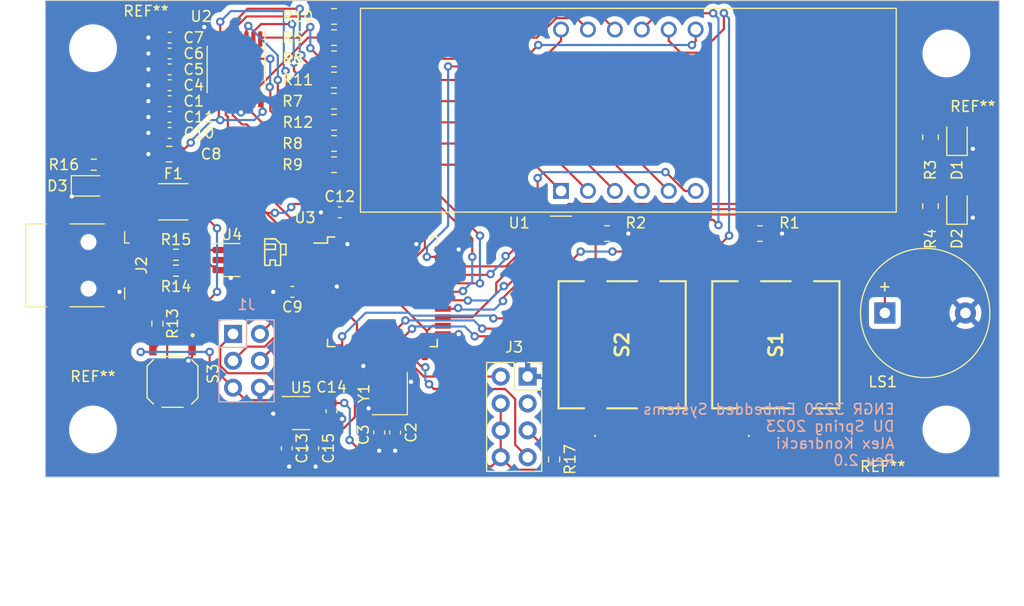
<source format=kicad_pcb>
(kicad_pcb (version 20221018) (generator pcbnew)
  (layers (0 "F.Cu" signal) (31 "B.Cu" signal) (34 "B.Paste" user) (35 "F.Paste" user) (36 "B.SilkS" user "B.Silkscreen") (37 "F.SilkS" user "F.Silkscreen") (38 "B.Mask" user) (39 "F.Mask" user) (44 "Edge.Cuts" user))
  (net 0 "")
  (net 1 "+5V")
  (net 2 "GND")
  (net 3 "XTAL1")
  (net 4 "XTAL2")
  (net 5 "/UCAP")
  (net 6 "/AREF")
  (net 7 "+3.3V")
  (net 8 "Net-(U5-BP)")
  (net 9 "Net-(D1-A)")
  (net 10 "Net-(D2-A)")
  (net 11 "Net-(D3-A)")
  (net 12 "Net-(J2-VBUS)")
  (net 13 "MISO")
  (net 14 "SCK")
  (net 15 "MOSI")
  (net 16 "RST")
  (net 19 "TX")
  (net 21 "Net-(J3-Pin_5)")
  (net 22 "RX")
  (net 23 "Buzzer")
  (net 24 "Button_1")
  (net 25 "Button_2")
  (net 26 "RED_LED")
  (net 27 "GREEN_LED")
  (net 28 "a")
  (net 29 "Net-(U1-a)")
  (net 30 "b")
  (net 31 "Net-(U1-b)")
  (net 32 "c")
  (net 33 "Net-(U1-c)")
  (net 34 "d")
  (net 35 "Net-(U1-d)")
  (net 36 "e")
  (net 37 "Net-(U1-e)")
  (net 38 "f")
  (net 39 "Net-(U1-f)")
  (net 40 "g")
  (net 41 "Net-(U1-g)")
  (net 42 "dp")
  (net 43 "Net-(U1-DPX)")
  (net 44 "USB_CONN_D+")
  (net 45 "USB_CONN_D-")
  (net 50 "Dig4")
  (net 51 "Dig3")
  (net 52 "Dig2")
  (net 53 "Dig1")
  (net 55 "SH_CP")
  (net 56 "ST_CP")
  (net 57 "DS")
  (net 58 "USB_D-")
  (net 59 "USB_D+")
  (net 68 "NJ2D-")
  (net 69 "NJ2D+")
  (footprint "PTS125_SMD_Button:PTS125_SMD_Button" (layer "F.Cu") (at 124.9875 82.3 90)
    (fp_text reference "S1")
    (fp_text value "PTS125SM43SMTR21M_LFS" hide)
  )
  (footprint "Resistor_SMD:R_0805_2012Metric" (layer "F.Cu") (at 139.575 69.2125 90)
    (fp_text reference "R4")
    (fp_text value "330")
  )
  (footprint "Capacitor_SMD:C_0603_1608Metric" (layer "F.Cu") (at 67.8 57.8 180)
    (fp_text reference "C4")
    (fp_text value "0.1uF")
  )
  (footprint "Crystal:Crystal_SMD_Abracon_ABM8G-4Pin_3.2x2.5mm" (layer "F.Cu") (at 88.575 86.9 90)
    (fp_text reference "Y1")
    (fp_text value "16MHz")
  )
  (footprint "Capacitor_SMD:C_0603_1608Metric" (layer "F.Cu") (at 83.85 69.8 180)
    (fp_text reference "C12")
    (fp_text value "0.1uF")
  )
  (footprint "Resistor_SMD:R_0603_1608Metric" (layer "F.Cu") (at 68.4 75.3)
    (fp_text reference "R14")
    (fp_text value "22")
  )
  (footprint "Resistor_SMD:R_0805_2012Metric" (layer "F.Cu") (at 139.575 62.7125 90)
    (fp_text reference "R3")
    (fp_text value "330")
  )
  (footprint "Connector_USB:USB_Mini-B_Lumberg_2486_01_Horizontal" (layer "F.Cu") (at 60.15 74.8 -90)
    (fp_text reference "J2")
    (fp_text value "USB_B_Mini")
  )
  (footprint "Resistor_SMD:R_0805_2012Metric" (layer "F.Cu") (at 83.3125 61.3)
    (fp_text reference "R12")
    (fp_text value "100")
  )
  (footprint "Capacitor_SMD:C_0603_1608Metric" (layer "F.Cu") (at 67.8 54.8 180)
    (fp_text reference "C6")
    (fp_text value "0.1uF")
  )
  (footprint "Capacitor_SMD:C_0603_1608Metric" (layer "F.Cu") (at 67.8 53.3 180)
    (fp_text reference "C7")
    (fp_text value "0.1uF")
  )
  (footprint "MountingHole:MountingHole_4mm" (layer "F.Cu") (at 60.575 90.3)
    (fp_text reference "REF**")
    (fp_text value "MountingHole_4mm")
  )
  (footprint "Resistor_SMD:R_0805_2012Metric" (layer "F.Cu") (at 83.3125 53.3)
    (fp_text reference "R5")
    (fp_text value "100")
  )
  (footprint "Resistor_SMD:R_0805_2012Metric" (layer "F.Cu") (at 83.3125 63.3)
    (fp_text reference "R8")
    (fp_text value "100")
  )
  (footprint "MountingHole:MountingHole_4mm" (layer "F.Cu") (at 60.575 54.3)
    (fp_text reference "REF**")
    (fp_text value "MountingHole_4mm")
  )
  (footprint "Capacitor_SMD:C_0603_1608Metric" (layer "F.Cu") (at 89.075 90.575 90)
    (fp_text reference "C2")
    (fp_text value "22p")
  )
  (footprint "Capacitor_SMD:C_0603_1608Metric" (layer "F.Cu") (at 67.8 60.8 180)
    (fp_text reference "C11")
    (fp_text value "0.1uF")
  )
  (footprint "Resistor_SMD:R_0603_1608Metric" (layer "F.Cu") (at 60.65 65.3)
    (fp_text reference "R16")
    (fp_text value "1k")
  )
  (footprint "LED_SMD:LED_0805_2012Metric" (layer "F.Cu") (at 142.075 62.7375 90)
    (fp_text reference "D1")
    (fp_text value "LED")
  )
  (footprint "MountingHole:MountingHole_4mm" (layer "F.Cu") (at 141.075 54.8)
    (fp_text reference "REF**")
    (fp_text value "MountingHole_4mm")
  )
  (footprint "Capacitor_SMD:C_0603_1608Metric" (layer "F.Cu") (at 78.85 92.075 -90)
    (fp_text reference "C13")
    (fp_text value "1uF")
  )
  (footprint "Connector_PinSocket_2.54mm:PinSocket_2x04_P2.54mm_Vertical" (layer "F.Cu") (at 101.575 85.3)
    (fp_text reference "J3")
    (fp_text value "ESP_Conn")
  )
  (footprint "Buzzer_Beeper:Buzzer_12x9.5RM7.6" (layer "F.Cu") (at 135.275 79.3)
    (fp_text reference "LS1")
    (fp_text value "Speaker")
  )
  (footprint "Capacitor_SMD:C_0603_1608Metric" (layer "F.Cu") (at 67.8 59.3 180)
    (fp_text reference "C1")
    (fp_text value "0.1u")
  )
  (footprint "Resistor_SMD:R_0805_2012Metric" (layer "F.Cu") (at 83.3125 65.3)
    (fp_text reference "R9")
    (fp_text value "100")
  )
  (footprint "PTS125_SMD_Button:PTS125_SMD_Button" (layer "F.Cu") (at 110.4875 82.3 90)
    (fp_text reference "S2")
    (fp_text value "PTS125SM43SMTR21M_LFS" hide)
  )
  (footprint "Capacitor_SMD:C_0603_1608Metric" (layer "F.Cu") (at 87.575 90.575 -90)
    (fp_text reference "C3")
    (fp_text value "22p")
  )
  (footprint "LED_SMD:LED_0805_2012Metric" (layer "F.Cu") (at 142.075 69.2375 90)
    (fp_text reference "D2")
    (fp_text value "LED")
  )
  (footprint "Resistor_SMD:R_0603_1608Metric" (layer "F.Cu") (at 104.075 93.125 90)
    (fp_text reference "R17")
    (fp_text value "10k")
  )
  (footprint "Capacitor_SMD:C_0603_1608Metric" (layer "F.Cu") (at 83.075 88.575 -90)
    (fp_text reference "C14")
    (fp_text value "2.2uF")
  )
  (footprint "Package_SO:TSSOP-16_4.4x5mm_P0.65mm" (layer "F.Cu") (at 74.075 56.3 -90)
    (fp_text reference "U2")
    (fp_text value "74HC595")
  )
  (footprint "Capacitor_SMD:C_0603_1608Metric" (layer "F.Cu") (at 67.8 56.3 180)
    (fp_text reference "C5")
    (fp_text value "0.1uF")
  )
  (footprint "Resistor_SMD:R_0805_2012Metric" (layer "F.Cu") (at 83.3125 57.3)
    (fp_text reference "R11")
    (fp_text value "100")
  )
  (footprint "Resistor_SMD:R_0603_1608Metric" (layer "F.Cu") (at 66.65 80.3 -90)
    (fp_text reference "R13")
    (fp_text value "10k")
  )
  (footprint "Resistor_SMD:R_0805_2012Metric" (layer "F.Cu") (at 109.075 71.8)
    (fp_text reference "R2")
    (fp_text value "10k")
  )
  (footprint "Fuse:Fuse_1812_4532Metric" (layer "F.Cu") (at 68.15 68.8)
    (fp_text reference "F1")
    (fp_text value "PTCSMD")
  )
  (footprint "Package_TO_SOT_SMD:SOT-23-6" (layer "F.Cu") (at 73.65 74.3)
    (fp_text reference "U4")
    (fp_text value "USBLC6-2SC6")
  )
  (footprint "Package_TO_SOT_SMD:SOT-23-5" (layer "F.Cu") (at 80.2125 88.75)
    (fp_text reference "U5")
    (fp_text value "LP2985-3.3")
  )
  (footprint "Resistor_SMD:R_0603_1608Metric" (layer "F.Cu") (at 68.4 73.8)
    (fp_text reference "R15")
    (fp_text value "22")
  )
  (footprint "Resistor_SMD:R_0805_2012Metric" (layer "F.Cu") (at 83.3125 51.3)
    (fp_text reference "R10")
    (fp_text value "100")
  )
  (footprint "MountingHole:MountingHole_4mm" (layer "F.Cu") (at 141.075 90.3)
    (fp_text reference "REF**")
    (fp_text value "MountingHole_4mm")
  )
  (footprint "Package_QFP:TQFP-44_10x10mm_P0.8mm" (layer "F.Cu") (at 87.875 77.3)
    (fp_text reference "U3")
    (fp_text value "ATmega32U4-A")
  )
  (footprint "Capacitor_SMD:C_0603_1608Metric" (layer "F.Cu") (at 81.35 92.075 -90)
    (fp_text reference "C15")
    (fp_text value "10nF")
  )
  (footprint "LED_SMD:LED_0805_2012Metric" (layer "F.Cu") (at 60.2125 67.3)
    (fp_text reference "D3")
    (fp_text value "LED")
  )
  (footprint "Resistor_SMD:R_0805_2012Metric" (layer "F.Cu") (at 83.3125 59.3)
    (fp_text reference "R7")
    (fp_text value "100")
  )
  (footprint "Resistor_SMD:R_0805_2012Metric" (layer "F.Cu") (at 123.4875 71.8)
    (fp_text reference "R1")
    (fp_text value "10k")
  )
  (footprint "Resistor_SMD:R_0805_2012Metric" (layer "F.Cu") (at 83.3125 55.3)
    (fp_text reference "R6")
    (fp_text value "100")
  )
  (footprint "Capacitor_SMD:C_0805_2012Metric" (layer "F.Cu") (at 67.7625 64.3 180)
    (fp_text reference "C8")
    (fp_text value "10uF")
  )
  (footprint "Capacitor_SMD:C_0603_1608Metric" (layer "F.Cu") (at 67.8 62.3 180)
    (fp_text reference "C10")
    (fp_text value "0.1uF")
  )
  (footprint "Display_7Segment:CA56-12EWA" (layer "F.Cu") (at 104.725 67.7775 90)
    (fp_text reference "U1")
    (fp_text value "CA56-12EWA")
  )
  (footprint "PTS526_SMD_Button:PTS526_SMD_Button" (layer "F.Cu") (at 68.075 85.8 -90)
    (fp_text reference "S3")
    (fp_text value "PTS526_SM08_SMTR2_LFS")
  )
  (footprint "Capacitor_SMD:C_0603_1608Metric" (layer "F.Cu") (at 79.375 77.3 180)
    (fp_text reference "C9")
    (fp_text value "1uF")
  )
  (footprint "Connector_PinSocket_2.54mm:PinSocket_2x03_P2.54mm_Vertical" (layer "B.Cu") (at 73.785 81.275 180)
    (fp_text reference "J1")
    (fp_text value "AVR-ISP-6")
  )
  (gr_line (start 78.275 74.8) (end 77.775 74.8) (stroke (width 0.15)) (layer "F.SilkS"))
  (gr_line (start 77.275 72.3) (end 77.775 72.3) (stroke (width 0.15)) (layer "F.SilkS"))
  (gr_line (start 78.775 73.8) (end 78.275 73.8) (stroke (width 0.15)) (layer "F.SilkS"))
  (gr_line (start 77.275 74.3) (end 77.275 74.8) (stroke (width 0.15)) (layer "F.SilkS"))
  (gr_line (start 76.775 72.3) (end 77.275 72.3) (stroke (width 0.15)) (layer "F.SilkS"))
  (gr_line (start 77.775 72.3) (end 78.275 72.8) (stroke (width 0.15)) (layer "F.SilkS"))
  (gr_line (start 77.775 72.8) (end 77.775 73.3) (stroke (width 0.15)) (layer "F.SilkS"))
  (gr_line (start 78.275 72.8) (end 78.275 74.8) (stroke (width 0.15)) (layer "F.SilkS"))
  (gr_line (start 76.775 72.8) (end 77.775 72.8) (stroke (width 0.15)) (layer "F.SilkS"))
  (gr_line (start 78.275 72.8) (end 78.775 72.8) (stroke (width 0.15)) (layer "F.SilkS"))
  (gr_line (start 78.775 72.8) (end 78.775 73.8) (stroke (width 0.15)) (layer "F.SilkS"))
  (gr_line (start 77.775 73.3) (end 76.775 73.3) (stroke (width 0.15)) (layer "F.SilkS"))
  (gr_line (start 77.775 74.3) (end 77.275 74.3) (stroke (width 0.15)) (layer "F.SilkS"))
  (gr_line (start 77.775 74.8) (end 77.775 74.3) (stroke (width 0.15)) (layer "F.SilkS"))
  (gr_line (start 77.275 74.8) (end 76.775 74.8) (stroke (width 0.15)) (layer "F.SilkS"))
  (gr_line (start 76.775 74.8) (end 76.775 72.3) (stroke (width 0.15)) (layer "F.SilkS"))
  (gr_line (start 77.275 72.3) (end 77.775 72.3) (stroke (width 0.15)) (layer "F.SilkS"))
  (gr_line (start 77.775 72.3) (end 77.275 72.3) (stroke (width 0.15)) (layer "F.SilkS"))
  (gr_rect (start 56.075 49.8) (end 146.075 94.8) (stroke (width 0.1)) (fill none) (layer "Edge.Cuts"))
  (gr_text "ENGR 3220 Embedded Systems\nDU Spring 2023\nAlex Kondracki\nRev 2.0" (at 136.275 93.8) (layer "B.SilkS") (effects (font (size 1 1)) (justify left bottom mirror)))
  (segment (start 68.575 62.3) (end 68.575 62.8) (width 0.2032) (layer "F.Cu") (net 1))
  (segment (start 68.575 62.8) (end 68.575 63.3) (width 0.2032) (layer "F.Cu") (net 1))
  (segment (start 91.875 71.6) (end 91.875 73.174695) (width 0.2032) (layer "F.Cu") (net 1))
  (segment (start 91.875 73.174695) (end 89.175 75.874695) (width 0.2032) (layer "F.Cu") (net 1))
  (segment (start 68.575 63.3) (end 68.525 63.25) (width 0.2032) (layer "F.Cu") (net 1))
  (segment (start 85.475 80.274695) (end 83.300305 78.1) (width 0.2032) (layer "F.Cu") (net 1))
  (segment (start 70.2875 67.1) (end 68.7125 65.525) (width 0.2032) (layer "F.Cu") (net 1))
  (segment (start 75.85 92.075) (end 67.575 83.8) (width 0.2032) (layer "F.Cu") (net 1))
  (segment (start 91.875 70.6) (end 90.275 69) (width 0.2032) (layer "F.Cu") (net 1))
  (segment (start 83.872183 69.3) (end 83.85 69.322183) (width 0.2032) (layer "F.Cu") (net 1))
  (segment (start 73.575 73.471751) (end 73.575 69.5) (width 0.2032) (layer "F.Cu") (net 1))
  (segment (start 85.475 83) (end 85.475 80.274695) (width 0.2032) (layer "F.Cu") (net 1))
  (segment (start 90.275 69) (end 84.172183 69) (width 0.2032) (layer "F.Cu") (net 1))
  (segment (start 80.075 88.415749) (end 79.459251 87.8) (width 0.2032) (layer "F.Cu") (net 1))
  (segment (start 83.572183 69) (end 83.872183 69.3) (width 0.2032) (layer "F.Cu") (net 1))
  (segment (start 79.459251 89.7) (end 80.075 89.084251) (width 0.2032) (layer "F.Cu") (net 1))
  (segment (start 74.403249 74.3) (end 73.575 73.471751) (width 0.2032) (layer "F.Cu") (net 1))
  (segment (start 68.525 63.25) (end 61.875 63.25) (width 0.2032) (layer "F.Cu") (net 1))
  (segment (start 83.85 69.322183) (end 83.85 71.575) (width 0.2032) (layer "F.Cu") (net 1))
  (segment (start 126.1625 90.775) (end 127.4875 89.45) (width 0.2032) (layer "F.Cu") (net 1))
  (segment (start 74.7875 74.3) (end 74.403249 74.3) (width 0.2032) (layer "F.Cu") (net 1))
  (segment (start 112.9875 89.45) (end 114.3125 90.775) (width 0.2032) (layer "F.Cu") (net 1))
  (segment (start 76.920753 69.845753) (end 77.729247 69.845753) (width 0.2032) (layer "F.Cu") (net 1))
  (segment (start 69.8 63.2125) (end 68.7125 64.3) (width 0.2032) (layer "F.Cu") (net 1))
  (segment (start 70.2875 68.8) (end 70.9875 69.5) (width 0.2032) (layer "F.Cu") (net 1))
  (segment (start 84.575 75.5) (end 84.075 75) (width 0.2032) (layer "F.Cu") (net 1))
  (segment (start 68.7125 64.3) (end 68.7125 65.525) (width 0.2032) (layer "F.Cu") (net 1))
  (segment (start 78.85 91.3) (end 76.625 91.3) (width 0.2032) (layer "F.Cu") (net 1))
  (segment (start 66.65 79.475) (end 70.1 79.475) (width 0.2032) (layer "F.Cu") (net 1))
  (segment (start 68.7125 64.3) (end 71.375 64.3) (width 0.2032) (layer "F.Cu") (net 1))
  (segment (start 85.275 89.125305) (end 82.325305 92.075) (width 0.2032) (layer "F.Cu") (net 1))
  (segment (start 85.475 83) (end 85.275 83.2) (width 0.2032) (layer "F.Cu") (net 1))
  (segment (start 83.85 71.625) (end 83.85 74.775) (width 0.2032) (layer "F.Cu") (net 1))
  (segment (start 78.85 89.925) (end 79.075 89.7) (width 0.2032) (layer "F.Cu") (net 1))
  (segment (start 68.575 64.1625) (end 68.7125 64.3) (width 0.2032) (layer "F.Cu") (net 1))
  (segment (start 82.175 78.1) (end 83.300305 78.1) (width 0.2032) (layer "F.Cu") (net 1))
  (segment (start 89.175 75.874695) (end 89.175 78.1) (width 0.2032) (layer "F.Cu") (net 1))
  (segment (start 70.2875 69.3125) (end 72.275 71.3) (width 0.2032) (layer "F.Cu") (net 1))
  (segment (start 92.575 80.5) (end 93.575 80.5) (width 0.2032) (layer "F.Cu") (net 1))
  (segment (start 76.625 91.3) (end 75.85 92.075) (width 0.2032) (layer "F.Cu") (net 1))
  (segment (start 84.172183 69) (end 83.872183 69.3) (width 0.2032) (layer "F.Cu") (net 1))
  (segment (start 68.575 53.3) (end 68.575 62.8) (width 0.2032) (layer "F.Cu") (net 1))
  (segment (start 76.575 59.3875) (end 76.35 59.1625) (width 0.2032) (layer "F.Cu") (net 1))
  (segment (start 92.075 81.5) (end 92.075 81) (width 0.2032) (layer "F.Cu") (net 1))
  (segment (start 112.9875 89.45) (end 112.9875 89.2) (width 0.2032) (layer "F.Cu") (net 1))
  (segment (start 106.5875 82.8) (end 93.375 82.8) (width 0.2032) (layer "F.Cu") (net 1))
  (segment (start 83.300305 78.1) (end 89.175 78.1) (width 0.2032) (layer "F.Cu") (net 1))
  (segment (start 82.325305 92.075) (end 75.85 92.075) (width 0.2032) (layer "F.Cu") (net 1))
  (segment (start 72.45 60.9596) (end 72.45 59.1625) (width 0.2032) (layer "F.Cu") (net 1))
  (segment (start 83.875 71.6) (end 83.85 71.625) (width 0.2032) (layer "F.Cu") (net 1))
  (segment (start 70.1 79.475) (end 72.275 77.3) (width 0.2032) (layer "F.Cu") (net 1))
  (segment (start 91.875 71.6) (end 91.875 70.6) (width 0.2032) (layer "F.Cu") (net 1))
  (segment (start 76.325 81.275) (end 79.5 78.1) (width 0.2032) (layer "F.Cu") (net 1))
  (segment (start 80.075 89.084251) (end 80.075 88.415749) (width 0.2032) (layer "F.Cu") (net 1))
  (segment (start 70.9875 69.5) (end 73.575 69.5) (width 0.2032) (layer "F.Cu") (net 1))
  (segment (start 89.175 78.1) (end 92.075 81) (width 0.2032) (layer "F.Cu") (net 1))
  (segment (start 81.175 74.1) (end 78.325 71.25) (width 0.2032) (layer "F.Cu") (net 1))
  (segment (start 70.2875 68.8) (end 70.2875 69.3125) (width 0.2032) (layer "F.Cu") (net 1))
  (segment (start 79.5 78.1) (end 82.175 78.1) (width 0.2032) (layer "F.Cu") (net 1))
  (segment (start 83.300305 78.1) (end 84.575 76.825305) (width 0.2032) (layer "F.Cu") (net 1))
  (segment (start 83.85 71.575) (end 83.875 71.6) (width 0.2032) (layer "F.Cu") (net 1))
  (segment (start 76.575 69.5) (end 73.575 69.5) (width 0.2032) (layer "F.Cu") (net 1))
  (segment (start 72.575 61.0846) (end 72.45 60.9596) (width 0.2032) (layer "F.Cu") (net 1))
  (segment (start 83.85 74.775) (end 84.075 75) (width 0.2032) (layer "F.Cu") (net 1))
  (segment (start 76.575 69.5) (end 76.920753 69.845753) (width 0.2032) (layer "F.Cu") (net 1))
  (segment (start 93.375 82.8) (end 92.075 81.5) (width 0.2032) (layer "F.Cu") (net 1))
  (segment (start 112.9875 89.2) (end 106.5875 82.8) (width 0.2032) (layer "F.Cu") (net 1))
  (segment (start 83.175 74.1) (end 82.175 74.1) (width 0.2032) (layer "F.Cu") (net 1))
  (segment (start 92.075 81) (end 92.575 80.5) (width 0.2032) (layer "F.Cu") (net 1))
  (segment (start 68.575 63.3) (end 68.575 64.1625) (width 0.2032) (layer "F.Cu") (net 1))
  (segment (start 76.575 60.3) (end 76.575 59.3875) (width 0.2032) (layer "F.Cu") (net 1))
  (segment (start 67.575 83.8) (end 67.575 80.4) (width 0.2032) (layer "F.Cu") (net 1))
  (segment (start 85.275 83.2) (end 85.275 89.125305) (width 0.2032) (layer "F.Cu") (net 1))
  (segment (start 114.3125 90.775) (end 126.1625 90.775) (width 0.2032) (layer "F.Cu") (net 1))
  (segment (start 79.575 69) (end 83.572183 69) (width 0.2032) (layer "F.Cu") (net 1))
  (segment (start 79.275 69.3) (end 79.575 69) (width 0.2032) (layer "F.Cu") (net 1))
  (segment (start 70.2875 68.8) (end 70.2875 67.1) (width 0.2032) (layer "F.Cu") (net 1))
  (segment (start 84.075 75) (end 83.175 74.1) (width 0.2032) (layer "F.Cu") (net 1))
  (segment (start 79.459251 87.8) (end 79.075 87.8) (width 0.2032) (layer "F.Cu") (net 1))
  (segment (start 61.875 63.25) (end 59.825 65.3) (width 0.2032) (layer "F.Cu") (net 1))
  (segment (start 67.575 80.4) (end 66.65 79.475) (width 0.2032) (layer "F.Cu") (net 1))
  (segment (start 78.325 71.25) (end 76.575 69.5) (width 0.2032) (layer "F.Cu") (net 1))
  (segment (start 82.175 74.1) (end 81.175 74.1) (width 0.2032) (layer "F.Cu") (net 1))
  (segment (start 79.075 89.7) (end 79.459251 89.7) (width 0.2032) (layer "F.Cu") (net 1))
  (segment (start 71.375 64.3) (end 78.325 71.25) (width 0.2032) (layer "F.Cu") (net 1))
  (segment (start 84.575 76.825305) (end 84.575 75.5) (width 0.2032) (layer "F.Cu") (net 1))
  (segment (start 78.85 91.3) (end 78.85 89.925) (width 0.2032) (layer "F.Cu") (net 1))
  (via (at 72.275 71.3) (size 0.8) (drill 0.4) (layers "F.Cu" "B.Cu") (net 1))
  (via (at 69.8 63.2125) (size 0.8) (drill 0.4) (layers "F.Cu" "B.Cu") (net 1))
  (via (at 72.575 61.0846) (size 0.8) (drill 0.4) (layers "F.Cu" "B.Cu") (net 1))
  (via (at 76.575 60.3) (size 0.8) (drill 0.4) (layers "F.Cu" "B.Cu") (net 1))
  (via (at 79.275 69.3) (size 0.8) (drill 0.4) (layers "F.Cu" "B.Cu") (net 1))
  (via (at 77.729247 69.845753) (size 0.8) (drill 0.4) (layers "F.Cu" "B.Cu") (net 1))
  (via (at 72.275 77.3) (size 0.8) (drill 0.4) (layers "F.Cu" "B.Cu") (net 1))
  (segment (start 72.275 77.3) (end 72.275 71.3) (width 0.2032) (layer "B.Cu") (net 1))
  (segment (start 72.575 61.0846) (end 71.795347 61.0846) (width 0.2032) (layer "B.Cu") (net 1))
  (segment (start 71.795347 61.0846) (end 69.8 63.079947) (width 0.2032) (layer "B.Cu") (net 1))
  (segment (start 75.7904 61.0846) (end 76.575 60.3) (width 0.2032) (layer "B.Cu") (net 1))
  (segment (start 69.8 63.079947) (end 69.8 63.2125) (width 0.2032) (layer "B.Cu") (net 1))
  (segment (start 72.575 61.0846) (end 75.7904 61.0846) (width 0.2032) (layer "B.Cu") (net 1))
  (segment (start 77.729247 69.845753) (end 78.729247 69.845753) (width 0.2032) (layer "B.Cu") (net 1))
  (segment (start 78.729247 69.845753) (end 79.275 69.3) (width 0.2032) (layer "B.Cu") (net 1))
  (segment (start 77.575 88.8) (end 79.025 88.8) (width 0.2032) (layer "F.Cu") (net 2))
  (segment (start 78.85 93.575) (end 79.075 93.8) (width 0.2032) (layer "F.Cu") (net 2))
  (segment (start 83.275 76.5) (end 82.175 76.5) (width 0.2032) (layer "F.Cu") (net 2))
  (segment (start 71.8 53.4375) (end 71.8 53.025) (width 0.2032) (layer "F.Cu") (net 2))
  (segment (start 74.5303 60.3596) (end 74.4 60.2293) (width 0.2032) (layer "F.Cu") (net 2))
  (segment (start 86.275 84.1) (end 86.075 84.3) (width 0.2032) (layer "F.Cu") (net 2))
  (segment (start 87.425 88.3) (end 87.725 88) (width 0.2032) (layer "F.Cu") (net 2))
  (segment (start 93.575 73.3) (end 95.075 73.3) (width 0.2032) (layer "F.Cu") (net 2))
  (segment (start 65.8 56.3) (end 67.025 56.3) (width 0.2032) (layer "F.Cu") (net 2))
  (segment (start 86.275 83) (end 86.275 84.1) (width 0.2032) (layer "F.Cu") (net 2))
  (segment (start 65.8 54.8) (end 67.025 54.8) (width 0.2032) (layer "F.Cu") (net 2))
  (segment (start 142.2 63.8) (end 142.075 63.675) (width 0.2032) (layer "F.Cu") (net 2))
  (segment (start 72.863659 74.3) (end 73.575 75.011341) (width 0.2032) (layer "F.Cu") (net 2))
  (segment (start 62.85 77.075) (end 63.075 77.3) (width 0.2032) (layer "F.Cu") (net 2))
  (segment (start 62.85 76.4) (end 62.85 77.075) (width 0.2032) (layer "F.Cu") (net 2))
  (segment (start 74.4 60.2293) (end 74.4 59.1625) (width 0.2032) (layer "F.Cu") (net 2))
  (segment (start 90.575 85.8) (end 89.425 85.8) (width 0.2032) (layer "F.Cu") (net 2))
  (segment (start 65.8 64.3) (end 66.8125 64.3) (width 0.2032) (layer "F.Cu") (net 2))
  (segment (start 143.575 70.3) (end 142.2 70.3) (width 0.2032) (layer "F.Cu") (net 2))
  (segment (start 125.575 71.8) (end 124.4 71.8) (width 0.2032) (layer "F.Cu") (net 2))
  (segment (start 78.6 77.3) (end 77.575 77.3) (width 0.2032) (layer "F.Cu") (net 2))
  (segment (start 83.575 76.8) (end 83.275 76.5) (width 0.2032) (layer "F.Cu") (net 2))
  (segment (start 78.85 92.85) (end 78.85 93.575) (width 0.2032) (layer "F.Cu") (net 2))
  (segment (start 59.275 67.3) (end 59.275 67.6) (width 0.2032) (layer "F.Cu") (net 2))
  (segment (start 73.575 75.011341) (end 73.575 76) (width 0.2032) (layer "F.Cu") (net 2))
  (segment (start 69.925 82.8) (end 69.925 83.45) (width 0.2032) (layer "F.Cu") (net 2))
  (segment (start 65.8 59.3) (end 67.025 59.3) (width 0.2032) (layer "F.Cu") (net 2))
  (segment (start 111.075 71.8) (end 109.9875 71.8) (width 0.2032) (layer "F.Cu") (net 2))
  (segment (start 69.925 83.45) (end 69.575 83.8) (width 0.2032) (layer "F.Cu") (net 2))
  (segment (start 59.275 67.6) (end 58.575 68.3) (width 0.2032) (layer "F.Cu") (net 2))
  (segment (start 65.8 62.3) (end 67.025 62.3) (width 0.2032) (layer "F.Cu") (net 2))
  (segment (start 65.8 53.3) (end 67.025 53.3) (width 0.2032) (layer "F.Cu") (net 2))
  (segment (start 81.35 92.85) (end 81.35 93.575) (width 0.2032) (layer "F.Cu") (net 2))
  (segment (start 65.8 57.8) (end 67.025 57.8) (width 0.2032) (layer "F.Cu") (net 2))
  (segment (start 86.575 88.3) (end 87.425 88.3) (width 0.2032) (layer "F.Cu") (net 2))
  (segment (start 71.8 53.025) (end 71.075 52.3) (width 0.2032) (layer "F.Cu") (net 2))
  (segment (start 91.075 72.8) (end 91.075 71.6) (width 0.2032) (layer "F.Cu") (net 2))
  (segment (start 79.025 88.8) (end 79.075 88.75) (width 0.2032) (layer "F.Cu") (net 2))
  (segment (start 87.575 92.3) (end 87.575 91.35) (width 0.2032) (layer "F.Cu") (net 2))
  (segment (start 143.575 63.8) (end 142.2 63.8) (width 0.2032) (layer "F.Cu") (net 2))
  (segment (start 84.575 71.7) (end 84.675 71.6) (width 0.2032) (layer "F.Cu") (net 2))
  (segment (start 81.35 93.575) (end 81.575 93.8) (width 0.2032) (layer "F.Cu") (net 2))
  (segment (start 142.2 70.3) (end 142.075 70.175) (width 0.2032) (layer "F.Cu") (net 2))
  (segment (start 84.575 72.8) (end 84.575 71.7) (width 0.2032) (layer "F.Cu") (net 2))
  (segment (start 89.075 92.3) (end 89.075 91.35) (width 0.2032) (layer "F.Cu") (net 2))
  (segment (start 72.5125 74.3) (end 72.863659 74.3) (width 0.2032) (layer "F.Cu") (net 2))
  (segment (start 95.075 81.3) (end 93.575 81.3) (width 0.2032) (layer "F.Cu") (net 2))
  (segment (start 84.075 89.3) (end 83.125 89.3) (width 0.2032) (layer "F.Cu") (net 2))
  (segment (start 83.125 89.3) (end 83.075 89.35) (width 0.2032) (layer "F.Cu") (net 2))
  (segment (start 65.8 60.8) (end 67.025 60.8) (width 0.2032) (layer "F.Cu") (net 2))
  (segment (start 82.075 69.8) (end 83.075 69.8) (width 0.2032) (layer "F.Cu") (net 2))
  (via (at 63.075 77.3) (size 0.8) (drill 0.4) (layers "F.Cu" "B.Cu") (net 2))
  (via (at 69.575 83.8) (size 0.8) (drill 0.4) (layers "F.Cu" "B.Cu") (net 2))
  (via (at 77.575 77.3) (size 0.8) (drill 0.4) (layers "F.Cu" "B.Cu") (net 2))
  (via (at 82.075 69.8) (size 0.8) (drill 0.4) (layers "F.Cu" "B.Cu") (net 2))
  (via (at 65.8 64.3) (size 0.8) (drill 0.4) (layers "F.Cu" "B.Cu") (net 2))
  (via (at 65.8 57.8) (size 0.8) (drill 0.4) (layers "F.Cu" "B.Cu") (net 2))
  (via (at 74.5303 60.3596) (size 0.8) (drill 0.4) (layers "F.Cu" "B.Cu") (net 2))
  (via (at 65.8 56.3) (size 0.8) (drill 0.4) (layers "F.Cu" "B.Cu") (net 2))
  (via (at 86.075 84.3) (size 0.8) (drill 0.4) (layers "F.Cu" "B.Cu") (net 2))
  (via (at 83.575 76.8) (size 0.8) (drill 0.4) (layers "F.Cu" "B.Cu") (net 2))
  (via (at 65.8 59.3) (size 0.8) (drill 0.4) (layers "F.Cu" "B.Cu") (net 2))
  (via (at 65.8 60.8) (size 0.8) (drill 0.4) (layers "F.Cu" "B.Cu") (net 2))
  (via (at 90.575 85.8) (size 0.8) (drill 0.4) (layers "F.Cu" "B.Cu") (net 2))
  (via (at 143.575 70.3) (size 0.8) (drill 0.4) (layers "F.Cu" "B.Cu") (net 2))
  (via (at 84.575 72.8) (size 0.8) (drill 0.4) (layers "F.Cu" "B.Cu") (net 2))
  (via (at 65.8 62.3) (size 0.8) (drill 0.4) (layers "F.Cu" "B.Cu") (net 2))
  (via (at 81.575 93.8) (size 0.8) (drill 0.4) (layers "F.Cu" "B.Cu") (net 2))
  (via (at 125.575 71.8) (size 0.8) (drill 0.4) (layers "F.Cu" "B.Cu") (net 2))
  (via (at 111.075 71.8) (size 0.8) (drill 0.4) (layers "F.Cu" "B.Cu") (net 2))
  (via (at 71.075 52.3) (size 0.8) (drill 0.4) (layers "F.Cu" "B.Cu") (net 2))
  (via (at 87.575 92.3) (size 0.8) (drill 0.4) (layers "F.Cu" "B.Cu") (net 2))
  (via (at 95.075 73.3) (size 0.8) (drill 0.4) (layers "F.Cu" "B.Cu") (net 2))
  (via (at 84.075 89.3) (size 0.8) (drill 0.4) (layers "F.Cu" "B.Cu") (net 2))
  (via (at 65.8 54.8) (size 0.8) (drill 0.4) (layers "F.Cu" "B.Cu") (net 2))
  (via (at 86.575 88.3) (size 0.8) (drill 0.4) (layers "F.Cu" "B.Cu") (net 2))
  (via (at 79.075 93.8) (size 0.8) (drill 0.4) (layers "F.Cu" "B.Cu") (net 2))
  (via (at 91.075 72.8) (size 0.8) (drill 0.4) (layers "F.Cu" "B.Cu") (net 2))
  (via (at 58.575 68.3) (size 0.8) (drill 0.4) (layers "F.Cu" "B.Cu") (net 2))
  (via (at 73.575 76) (size 0.8) (drill 0.4) (layers "F.Cu" "B.Cu") (net 2))
  (via (at 89.075 92.3) (size 0.8) (drill 0.4) (layers "F.Cu" "B.Cu") (net 2))
  (via (at 95.075 81.3) (size 0.8) (drill 0.4) (layers "F.Cu" "B.Cu") (net 2))
  (via (at 65.8 53.3) (size 0.8) (drill 0.4) (layers "F.Cu" "B.Cu") (net 2))
  (via (at 77.575 88.8) (size 0.8) (drill 0.4) (layers "F.Cu" "B.Cu") (net 2))
  (via (at 143.575 63.8) (size 0.8) (drill 0.4) (layers "F.Cu" "B.Cu") (net 2))
  (segment (start 91.3 86.100304) (end 91.3 85.499695) (width 0.2032) (layer "F.Cu") (net 3))
  (segment (start 89.425 88) (end 89.425 86.975) (width 0.2032) (layer "F.Cu") (net 3))
  (segment (start 88.25 84.775) (end 90.575305 84.775) (width 0.2032) (layer "F.Cu") (net 3))
  (segment (start 89.425 88) (end 89.425 89.45) (width 0.2032) (layer "F.Cu") (net 3))
  (segment (start 89.425 89.45) (end 89.075 89.8) (width 0.2032) (layer "F.Cu") (net 3))
  (segment (start 89.425 86.975) (end 89.575 86.825) (width 0.2032) (layer "F.Cu") (net 3))
  (segment (start 89.575 86.825) (end 90.575305 86.825) (width 0.2032) (layer "F.Cu") (net 3))
  (segment (start 87.875 84) (end 88.15 84.275) (width 0.2032) (layer "F.Cu") (net 3))
  (segment (start 91.3 85.499695) (end 90.575305 84.775) (width 0.2032) (layer "F.Cu") (net 3))
  (segment (start 88.15 84.675) (end 88.25 84.775) (width 0.2032) (layer "F.Cu") (net 3))
  (segment (start 87.875 83) (end 87.875 84) (width 0.2032) (layer "F.Cu") (net 3))
  (segment (start 88.15 84.275) (end 88.15 84.675) (width 0.2032) (layer "F.Cu") (net 3))
  (segment (start 90.575305 86.825) (end 91.3 86.100304) (width 0.2032) (layer "F.Cu") (net 3))
  (segment (start 87.075 85.15) (end 87.075 83) (width 0.2032) (layer "F.Cu") (net 4))
  (segment (start 87.049695 89.8) (end 85.85 88.600305) (width 0.2032) (layer "F.Cu") (net 4))
  (segment (start 85.85 88.600305) (end 85.85 87.675) (width 0.2032) (layer "F.Cu") (net 4))
  (segment (start 87.725 85.8) (end 87.075 85.15) (width 0.2032) (layer "F.Cu") (net 4))
  (segment (start 85.85 87.675) (end 87.725 85.8) (width 0.2032) (layer "F.Cu") (net 4))
  (segment (start 87.575 89.8) (end 87.049695 89.8) (width 0.2032) (layer "F.Cu") (net 4))
  (segment (start 80.15 77.3) (end 82.175 77.3) (width 0.2032) (layer "F.Cu") (net 5))
  (segment (start 84.625 69.8) (end 85.475 70.65) (width 0.2032) (layer "F.Cu") (net 6))
  (segment (start 85.475 70.65) (end 85.475 71.6) (width 0.2032) (layer "F.Cu") (net 6))
  (segment (start 84.275 87.8) (end 83.075 87.8) (width 0.2032) (layer "F.Cu") (net 7))
  (segment (start 100.21 94.095) (end 99.035 92.92) (width 0.2032) (layer "F.Cu") (net 7))
  (segment (start 99.035 92.92) (end 98.185 93.77) (width 0.2032) (layer "F.Cu") (net 7))
  (segment (start 81.35 87.8) (end 83.075 87.8) (width 0.2032) (layer "F.Cu") (net 7))
  (segment (start 99.035 87.84) (end 99.035 90.38) (width 0.2032) (layer "F.Cu") (net 7))
  (segment (start 87.245 93.77) (end 84.775 91.3) (width 0.2032) (layer "F.Cu") (net 7))
  (segment (start 98.185 93.77) (end 87.245 93.77) (width 0.2032) (layer "F.Cu") (net 7))
  (segment (start 99.035 90.38) (end 99.035 92.92) (width 0.2032) (layer "F.Cu") (net 7))
  (segment (start 103.93 94.095) (end 100.21 94.095) (width 0.2032) (layer "F.Cu") (net 7))
  (segment (start 104.075 93.95) (end 103.93 94.095) (width 0.2032) (layer "F.Cu") (net 7))
  (via (at 84.275 87.8) (size 0.8) (drill 0.4) (layers "F.Cu" "B.Cu") (net 7))
  (via (at 84.775 91.3) (size 0.8) (drill 0.4) (layers "F.Cu" "B.Cu") (net 7))
  (segment (start 84.775 91.3) (end 84.8 91.275) (width 0.2032) (layer "B.Cu") (net 7))
  (segment (start 84.8 91.275) (end 84.8 88.325) (width 0.2032) (layer "B.Cu") (net 7))
  (segment (start 84.8 88.325) (end 84.275 87.8) (width 0.2032) (layer "B.Cu") (net 7))
  (segment (start 81.35 89.7) (end 81.35 91.3) (width 0.2032) (layer "F.Cu") (net 8))
  (segment (start 139.575 61.8) (end 142.075 61.8) (width 0.2032) (layer "F.Cu") (net 9))
  (segment (start 139.575 68.3) (end 142.075 68.3) (width 0.2032) (layer "F.Cu") (net 10))
  (segment (start 61.15 67.3) (end 61.15 65.625) (width 0.2032) (layer "F.Cu") (net 11))
  (segment (start 61.15 65.625) (end 61.475 65.3) (width 0.2032) (layer "F.Cu") (net 11))
  (segment (start 66.0125 68.8) (end 66.0125 70.0375) (width 0.2032) (layer "F.Cu") (net 12))
  (segment (start 66.0125 70.0375) (end 62.85 73.2) (width 0.2032) (layer "F.Cu") (net 12))
  (segment (start 82.175 81.3) (end 78.485 84.99) (width 0.2032) (layer "F.Cu") (net 13))
  (segment (start 73.298299 84.99) (end 72.575 84.266701) (width 0.2032) (layer "F.Cu") (net 13))
  (segment (start 72.575 84.266701) (end 72.575 82.485) (width 0.2032) (layer "F.Cu") (net 13))
  (segment (start 78.485 84.99) (end 73.298299 84.99) (width 0.2032) (layer "F.Cu") (net 13))
  (segment (start 72.575 82.485) (end 73.785 81.275) (width 0.2032) (layer "F.Cu") (net 13))
  (segment (start 79.561701 79.7) (end 76.786701 82.475) (width 0.2032) (layer "F.Cu") (net 14))
  (segment (start 75.125 82.475) (end 73.785 83.815) (width 0.2032) (layer "F.Cu") (net 14))
  (segment (start 76.786701 82.475) (end 75.125 82.475) (width 0.2032) (layer "F.Cu") (net 14))
  (segment (start 82.175 79.7) (end 79.561701 79.7) (width 0.2032) (layer "F.Cu") (net 14))
  (segment (start 82.175 80.5) (end 79.64 80.5) (width 0.2032) (layer "F.Cu") (net 15))
  (segment (start 79.64 80.5) (end 76.325 83.815) (width 0.2032) (layer "F.Cu") (net 15))
  (segment (start 71.575 84.145) (end 71.575 82.975) (width 0.2032) (layer "F.Cu") (net 16))
  (segment (start 73.785 86.355) (end 71.575 84.145) (width 0.2032) (layer "F.Cu") (net 16))
  (segment (start 84.675 84) (end 84.675 83) (width 0.2032) (layer "F.Cu") (net 16))
  (segment (start 65.075 82.975) (end 66.05 82.975) (width 0.2032) (layer "F.Cu") (net 16))
  (segment (start 77.52 87.53) (end 80.575 84.475) (width 0.2032) (layer "F.Cu") (net 16))
  (segment (start 66.65 81.125) (end 66.65 82.375) (width 0.2032) (layer "F.Cu") (net 16))
  (segment (start 80.575 84.475) (end 84.2 84.475) (width 0.2032) (layer "F.Cu") (net 16))
  (segment (start 73.785 86.355) (end 74.96 87.53) (width 0.2032) (layer "F.Cu") (net 16))
  (segment (start 84.2 84.475) (end 84.675 84) (width 0.2032) (layer "F.Cu") (net 16))
  (segment (start 66.05 82.975) (end 66.225 82.8) (width 0.2032) (layer "F.Cu") (net 16))
  (segment (start 74.96 87.53) (end 77.52 87.53) (width 0.2032) (layer "F.Cu") (net 16))
  (segment (start 66.65 82.375) (end 66.225 82.8) (width 0.2032) (layer "F.Cu") (net 16))
  (via (at 65.075 82.975) (size 0.8) (drill 0.4) (layers "F.Cu" "B.Cu") (net 16))
  (via (at 71.575 82.975) (size 0.8) (drill 0.4) (layers "F.Cu" "B.Cu") (net 16))
  (segment (start 71.575 82.975) (end 65.075 82.975) (width 0.2032) (layer "B.Cu") (net 16))
  (segment (start 90.275 83) (end 90.275 83.8) (width 0.2032) (layer "F.Cu") (net 19))
  (segment (start 91.775 85.3) (end 99.035 85.3) (width 0.2032) (layer "F.Cu") (net 19))
  (segment (start 90.275 83.8) (end 91.775 85.3) (width 0.2032) (layer "F.Cu") (net 19))
  (segment (start 103.495 92.3) (end 104.075 92.3) (width 0.2032) (layer "F.Cu") (net 21))
  (segment (start 101.575 90.38) (end 103.495 92.3) (width 0.2032) (layer "F.Cu") (net 21))
  (segment (start 91.075 83) (end 91.075 83.875) (width 0.2032) (layer "F.Cu") (net 22))
  (segment (start 100.4 87.425) (end 100.4 91.745) (width 0.2032) (layer "F.Cu") (net 22))
  (segment (start 92.7255 86.475) (end 99.45 86.475) (width 0.2032) (layer "F.Cu") (net 22))
  (segment (start 92.275 86.0245) (end 92.7255 86.475) (width 0.2032) (layer "F.Cu") (net 22))
  (segment (start 91.625451 84.425451) (end 91.925049 84.425451) (width 0.2032) (layer "F.Cu") (net 22))
  (segment (start 91.075 83.875) (end 91.625451 84.425451) (width 0.2032) (layer "F.Cu") (net 22))
  (segment (start 100.4 91.745) (end 101.575 92.92) (width 0.2032) (layer "F.Cu") (net 22))
  (segment (start 99.45 86.475) (end 100.4 87.425) (width 0.2032) (layer "F.Cu") (net 22))
  (via (at 92.275 86.0245) (size 0.8) (drill 0.4) (layers "F.Cu" "B.Cu") (net 22))
  (via (at 91.925049 84.425451) (size 0.8) (drill 0.4) (layers "F.Cu" "B.Cu") (net 22))
  (segment (start 91.925049 84.425451) (end 91.925049 85.674549) (width 0.2032) (layer "B.Cu") (net 22))
  (segment (start 91.925049 85.674549) (end 92.275 86.0245) (width 0.2032) (layer "B.Cu") (net 22))
  (segment (start 133.938604 70) (end 135.275 71.336396) (width 0.2032) (layer "F.Cu") (net 23))
  (segment (start 106.393198 70) (end 133.938604 70) (width 0.2032) (layer "F.Cu") (net 23))
  (segment (start 99.630546 76.762652) (end 106.393198 70) (width 0.2032) (layer "F.Cu") (net 23))
  (segment (start 135.275 71.336396) (end 135.275 79.3) (width 0.2032) (layer "F.Cu") (net 23))
  (segment (start 95.912704 78.1) (end 93.575 78.1) (width 0.2032) (layer "F.Cu") (net 23))
  (segment (start 99.337652 76.762652) (end 99.630546 76.762652) (width 0.2032) (layer "F.Cu") (net 23))
  (segment (start 95.931553 78.118849) (end 95.912704 78.1) (width 0.2032) (layer "F.Cu") (net 23))
  (via (at 99.337652 76.762652) (size 0.8) (drill 0.4) (layers "F.Cu" "B.Cu") (net 23))
  (via (at 95.931553 78.118849) (size 0.8) (drill 0.4) (layers "F.Cu" "B.Cu") (net 23))
  (segment (start 97.981455 78.118849) (end 95.931553 78.118849) (width 0.2032) (layer "B.Cu") (net 23))
  (segment (start 99.337652 76.762652) (end 97.981455 78.118849) (width 0.2032) (layer "B.Cu") (net 23))
  (segment (start 122.4875 71.8875) (end 122.575 71.8) (width 0.2032) (layer "F.Cu") (net 24))
  (segment (start 122.4875 75.15) (end 122.4875 71.8875) (width 0.2032) (layer "F.Cu") (net 24))
  (segment (start 122.4875 75.15) (end 116.575 81.0625) (width 0.2032) (layer "F.Cu") (net 24))
  (segment (start 89.475 81.977865) (end 89.475 83) (width 0.2032) (layer "F.Cu") (net 24))
  (segment (start 90.665955 80.78691) (end 89.475 81.977865) (width 0.2032) (layer "F.Cu") (net 24))
  (segment (start 116.575 81.5) (end 96.575 81.5) (width 0.2032) (layer "F.Cu") (net 24))
  (segment (start 116.575 81.0625) (end 116.575 81.5) (width 0.2032) (layer "F.Cu") (net 24))
  (via (at 90.665955 80.78691) (size 0.8) (drill 0.4) (layers "F.Cu" "B.Cu") (net 24))
  (via (at 96.575 81.5) (size 0.8) (drill 0.4) (layers "F.Cu" "B.Cu") (net 24))
  (segment (start 90.877865 80.575) (end 95.65 80.575) (width 0.2032) (layer "B.Cu") (net 24))
  (segment (start 95.65 80.575) (end 96.575 81.5) (width 0.2032) (layer "B.Cu") (net 24))
  (segment (start 90.665955 80.78691) (end 90.877865 80.575) (width 0.2032) (layer "B.Cu") (net 24))
  (segment (start 107.9875 71.975) (end 107.9875 75.15) (width 0.2032) (layer "F.Cu") (net 25))
  (segment (start 88.675 81.374695) (end 88.675 83) (width 0.2032) (layer "F.Cu") (net 25))
  (segment (start 107.9875 75.5875) (end 107.9875 75.15) (width 0.2032) (layer "F.Cu") (net 25))
  (segment (start 102.7995 80.7755) (end 107.9875 75.5875) (width 0.2032) (layer "F.Cu") (net 25))
  (segment (start 90.049695 80) (end 88.675 81.374695) (width 0.2032) (layer "F.Cu") (net 25))
  (segment (start 108.1625 71.8) (end 107.9875 71.975) (width 0.2032) (layer "F.Cu") (net 25))
  (segment (start 97.281755 80.7755) (end 102.7995 80.7755) (width 0.2032) (layer "F.Cu") (net 25))
  (via (at 90.049695 80) (size 0.8) (drill 0.4) (layers "F.Cu" "B.Cu") (net 25))
  (via (at 97.281755 80.7755) (size 0.8) (drill 0.4) (layers "F.Cu" "B.Cu") (net 25))
  (segment (start 96.506255 80) (end 97.281755 80.7755) (width 0.2032) (layer "B.Cu") (net 25))
  (segment (start 90.049695 80) (end 96.506255 80) (width 0.2032) (layer "B.Cu") (net 25))
  (segment (start 99.538604 74.9) (end 93.575 74.9) (width 0.2032) (layer "F.Cu") (net 26))
  (segment (start 105.438604 69) (end 99.538604 74.9) (width 0.2032) (layer "F.Cu") (net 26))
  (segment (start 134.2 69) (end 105.438604 69) (width 0.2032) (layer "F.Cu") (net 26))
  (segment (start 139.575 63.625) (end 134.2 69) (width 0.2032) (layer "F.Cu") (net 26))
  (segment (start 96.375 79.7) (end 93.575 79.7) (width 0.2032) (layer "F.Cu") (net 27))
  (segment (start 139.575 70.125) (end 134.7 70.125) (width 0.2032) (layer "F.Cu") (net 27))
  (segment (start 105.574999 69.5) (end 98.612652 76.462347) (width 0.2032) (layer "F.Cu") (net 27))
  (segment (start 98.612652 76.462347) (end 98.612652 77.462348) (width 0.2032) (layer "F.Cu") (net 27))
  (segment (start 98.612652 77.462348) (end 96.375 79.7) (width 0.2032) (layer "F.Cu") (net 27))
  (segment (start 134.7 70.125) (end 134.075 69.5) (width 0.2032) (layer "F.Cu") (net 27))
  (segment (start 134.075 69.5) (end 105.574999 69.5) (width 0.2032) (layer "F.Cu") (net 27))
  (segment (start 82.4 53.3) (end 80.873959 53.3) (width 0.2032) (layer "F.Cu") (net 28))
  (segment (start 80.873959 53.3) (end 75.7 58.473959) (width 0.2032) (layer "F.Cu") (net 28))
  (segment (start 75.7 58.473959) (end 75.7 59.1625) (width 0.2032) (layer "F.Cu") (net 28))
  (segment (start 84.225 53.3) (end 102.44222 53.3) (width 0.2032) (layer "F.Cu") (net 29))
  (segment (start 104.27972 51.4625) (end 106.19 51.4625) (width 0.2032) (layer "F.Cu") (net 29))
  (segment (start 106.19 51.4625) (end 107.265 52.5375) (width 0.2032) (layer "F.Cu") (net 29))
  (segment (start 102.44222 53.3) (end 104.27972 51.4625) (width 0.2032) (layer "F.Cu") (net 29))
  (segment (start 81.075 52.3) (end 80.075 53.3) (width 0.2032) (layer "F.Cu") (net 30))
  (segment (start 76.4875 53.3) (end 76.35 53.4375) (width 0.2032) (layer "F.Cu") (net 30))
  (segment (start 80.075 53.3) (end 76.4875 53.3) (width 0.2032) (layer "F.Cu") (net 30))
  (segment (start 82.075 55.3) (end 81.075 54.3) (width 0.2032) (layer "F.Cu") (net 30))
  (segment (start 82.4 55.3) (end 82.075 55.3) (width 0.2032) (layer "F.Cu") (net 30))
  (via (at 81.075 54.3) (size 0.8) (drill 0.4) (layers "F.Cu" "B.Cu") (net 30))
  (via (at 81.075 52.3) (size 0.8) (drill 0.4) (layers "F.Cu" "B.Cu") (net 30))
  (segment (start 81.075 54.3) (end 81.075 52.3) (width 0.2032) (layer "B.Cu") (net 30))
  (segment (start 102.575 54) (end 101.275 55.3) (width 0.2032) (layer "F.Cu") (net 31))
  (segment (start 101.275 55.3) (end 84.225 55.3) (width 0.2032) (layer "F.Cu") (net 31))
  (segment (start 117.425 53.65) (end 117.075 54) (width 0.2032) (layer "F.Cu") (net 31))
  (segment (start 117.425 52.5375) (end 117.425 53.65) (width 0.2032) (layer "F.Cu") (net 31))
  (via (at 117.075 54) (size 0.8) (drill 0.4) (layers "F.Cu" "B.Cu") (net 31))
  (via (at 102.575 54) (size 0.8) (drill 0.4) (layers "F.Cu" "B.Cu") (net 31))
  (segment (start 117.075 54) (end 102.575 54) (width 0.2032) (layer "B.Cu") (net 31))
  (segment (start 79.530024 56.430024) (end 79.530024 55.668533) (width 0.2032) (layer "F.Cu") (net 32))
  (segment (start 79.3505 52.0245) (end 76.424459 52.0245) (width 0.2032) (layer "F.Cu") (net 32))
  (segment (start 76.424459 52.0245) (end 75.7 52.748959) (width 0.2032) (layer "F.Cu") (net 32))
  (segment (start 75.7 52.748959) (end 75.7 53.4375) (width 0.2032) (layer "F.Cu") (net 32))
  (segment (start 82.4 59.3) (end 79.530024 56.430024) (width 0.2032) (layer "F.Cu") (net 32))
  (via (at 79.530024 55.668533) (size 0.8) (drill 0.4) (layers "F.Cu" "B.Cu") (net 32))
  (via (at 79.3505 52.0245) (size 0.8) (drill 0.4) (layers "F.Cu" "B.Cu") (net 32))
  (segment (start 79.511779 52.185779) (end 79.3505 52.0245) (width 0.2032) (layer "B.Cu") (net 32))
  (segment (start 79.511779 55.650288) (end 79.511779 52.185779) (width 0.2032) (layer "B.Cu") (net 32))
  (segment (start 79.530024 55.668533) (end 79.511779 55.650288) (width 0.2032) (layer "B.Cu") (net 32))
  (segment (start 112.345 67.7775) (end 103.8675 59.3) (width 0.2032) (layer "F.Cu") (net 33))
  (segment (start 103.8675 59.3) (end 84.225 59.3) (width 0.2032) (layer "F.Cu") (net 33))
  (segment (start 82.4 63.3) (end 78.012279 58.912279) (width 0.2032) (layer "F.Cu") (net 34))
  (segment (start 75.05 52.374361) (end 75.05 53.4375) (width 0.2032) (layer "F.Cu") (net 34))
  (segment (start 78.012279 58.912279) (end 78.012279 57.3) (width 0.2032) (layer "F.Cu") (net 34))
  (segment (start 75.223299 52.201062) (end 75.05 52.374361) (width 0.2032) (layer "F.Cu") (net 34))
  (via (at 78.012279 57.3) (size 0.8) (drill 0.4) (layers "F.Cu" "B.Cu") (net 34))
  (via (at 75.223299 52.201062) (size 0.8) (drill 0.4) (layers "F.Cu" "B.Cu") (net 34))
  (segment (start 78.012279 57.3) (end 78.012279 54.990042) (width 0.2032) (layer "B.Cu") (net 34))
  (segment (start 78.012279 54.990042) (end 75.223299 52.201062) (width 0.2032) (layer "B.Cu") (net 34))
  (segment (start 102.7875 63.3) (end 84.225 63.3) (width 0.2032) (layer "F.Cu") (net 35))
  (segment (start 107.265 67.7775) (end 102.7875 63.3) (width 0.2032) (layer "F.Cu") (net 35))
  (segment (start 74.4 54.625) (end 75.075 55.3) (width 0.2032) (layer "F.Cu") (net 36))
  (segment (start 77.3 60.2) (end 82.4 65.3) (width 0.2032) (layer "F.Cu") (net 36))
  (segment (start 77.236779 57.961779) (end 77.3 58.025) (width 0.2032) (layer "F.Cu") (net 36))
  (segment (start 74.4 53.4375) (end 74.4 54.625) (width 0.2032) (layer "F.Cu") (net 36))
  (segment (start 77.3 58.025) (end 77.3 60.2) (width 0.2032) (layer "F.Cu") (net 36))
  (segment (start 75.075 55.3) (end 77.287779 55.3) (width 0.2032) (layer "F.Cu") (net 36))
  (via (at 77.236779 57.961779) (size 0.8) (drill 0.4) (layers "F.Cu" "B.Cu") (net 36))
  (via (at 77.287779 55.3) (size 0.8) (drill 0.4) (layers "F.Cu" "B.Cu") (net 36))
  (segment (start 77.287779 57.910779) (end 77.236779 57.961779) (width 0.2032) (layer "B.Cu") (net 36))
  (segment (start 77.287779 55.3) (end 77.287779 57.910779) (width 0.2032) (layer "B.Cu") (net 36))
  (segment (start 104.725 67.7775) (end 102.2475 65.3) (width 0.2032) (layer "F.Cu") (net 37))
  (segment (start 84.225 65.3) (end 102.075 65.3) (width 0.2032) (layer "F.Cu") (net 37))
  (segment (start 102.2475 65.3) (end 102.075 65.3) (width 0.2032) (layer "F.Cu") (net 37))
  (segment (start 73.75 52.625) (end 73.75 53.4375) (width 0.2032) (layer "F.Cu") (net 38))
  (segment (start 75.075 51.3) (end 73.75 52.625) (width 0.2032) (layer "F.Cu") (net 38))
  (segment (start 82.4 51.3) (end 75.075 51.3) (width 0.2032) (layer "F.Cu") (net 38))
  (segment (start 103.805824 51.3) (end 84.225 51.3) (width 0.2032) (layer "F.Cu") (net 39))
  (segment (start 104.093324 51.0125) (end 103.805824 51.3) (width 0.2032) (layer "F.Cu") (net 39))
  (segment (start 109.805 52.5375) (end 108.28 51.0125) (width 0.2032) (layer "F.Cu") (net 39))
  (segment (start 108.28 51.0125) (end 104.093324 51.0125) (width 0.2032) (layer "F.Cu") (net 39))
  (segment (start 73.1 52.638604) (end 73.1 53.4375) (width 0.2032) (layer "F.Cu") (net 40))
  (segment (start 82.4 57.3) (end 80.236779 55.136779) (width 0.2032) (layer "F.Cu") (net 40))
  (segment (start 80.075 50.5755) (end 75.163104 50.5755) (width 0.2032) (layer "F.Cu") (net 40))
  (segment (start 75.163104 50.5755) (end 73.1 52.638604) (width 0.2032) (layer "F.Cu") (net 40))
  (segment (start 80.236779 55.136779) (end 80.236779 54.961779) (width 0.2032) (layer "F.Cu") (net 40))
  (via (at 80.236779 54.961779) (size 0.8) (drill 0.4) (layers "F.Cu" "B.Cu") (net 40))
  (via (at 80.075 50.5755) (size 0.8) (drill 0.4) (layers "F.Cu" "B.Cu") (net 40))
  (segment (start 80.236779 54.961779) (end 80.075 54.8) (width 0.2032) (layer "B.Cu") (net 40))
  (segment (start 80.075 54.8) (end 80.075 50.5755) (width 0.2032) (layer "B.Cu") (net 40))
  (segment (start 104.4075 57.3) (end 84.225 57.3) (width 0.2032) (layer "F.Cu") (net 41))
  (segment (start 114.885 67.7775) (end 104.4075 57.3) (width 0.2032) (layer "F.Cu") (net 41))
  (segment (start 72.575 51.8) (end 72.575 53.3125) (width 0.2032) (layer "F.Cu") (net 42))
  (segment (start 82.4 61.3) (end 78.736779 57.636779) (width 0.2032) (layer "F.Cu") (net 42))
  (segment (start 78.736779 57.636779) (end 78.736779 56.461779) (width 0.2032) (layer "F.Cu") (net 42))
  (segment (start 72.575 53.3125) (end 72.45 53.4375) (width 0.2032) (layer "F.Cu") (net 42))
  (via (at 78.736779 56.461779) (size 0.8) (drill 0.4) (layers "F.Cu" "B.Cu") (net 42))
  (via (at 72.575 51.8) (size 0.8) (drill 0.4) (layers "F.Cu" "B.Cu") (net 42))
  (segment (start 73.575 50.8) (end 72.575 51.8) (width 0.2032) (layer "B.Cu") (net 42))
  (segment (start 78.736779 56.461779) (end 78.575 56.3) (width 0.2032) (layer "B.Cu") (net 42))
  (segment (start 78.575 56.3) (end 78.575 50.8) (width 0.2032) (layer "B.Cu") (net 42))
  (segment (start 78.575 50.8) (end 73.575 50.8) (width 0.2032) (layer "B.Cu") (net 42))
  (segment (start 109.805 67.7775) (end 103.3275 61.3) (width 0.2032) (layer "F.Cu") (net 43))
  (segment (start 103.3275 61.3) (end 84.225 61.3) (width 0.2032) (layer "F.Cu") (net 43))
  (segment (start 72.1625 74.9) (end 71.813604 74.9) (width 0.2032) (layer "F.Cu") (net 44))
  (segment (start 71.813604 74.9) (end 71.55 74.636396) (width 0.2032) (layer "F.Cu") (net 44))
  (segment (start 71.55 74.636396) (end 71.55 74.2875) (width 0.2032) (layer "F.Cu") (net 44))
  (segment (start 72.5125 75.25) (end 72.1625 74.9) (width 0.2032) (layer "F.Cu") (net 44))
  (segment (start 70.724999 73.800001) (end 69.225 75.3) (width 0.2032) (layer "F.Cu") (net 44))
  (segment (start 71.55 74.2875) (end 71.062501 73.800001) (width 0.2032) (layer "F.Cu") (net 44))
  (segment (start 71.062501 73.800001) (end 70.724999 73.800001) (width 0.2032) (layer "F.Cu") (net 44))
  (segment (start 70.088603 73.8) (end 69.225 73.8) (width 0.2032) (layer "F.Cu") (net 45))
  (segment (start 72.5125 73.35) (end 70.538603 73.35) (width 0.2032) (layer "F.Cu") (net 45))
  (segment (start 70.538603 73.35) (end 70.088603 73.8) (width 0.2032) (layer "F.Cu") (net 45))
  (segment (start 97.9995 75.7) (end 93.575 75.7) (width 0.2032) (layer "F.Cu") (net 50))
  (segment (start 116.40528 67.7775) (end 114.62778 66) (width 0.2032) (layer "F.Cu") (net 50))
  (segment (start 117.425 67.7775) (end 116.40528 67.7775) (width 0.2032) (layer "F.Cu") (net 50))
  (segment (start 104.075 69.5) (end 99.655497 73.919503) (width 0.2032) (layer "F.Cu") (net 50))
  (segment (start 114.62778 66) (end 114.575 66) (width 0.2032) (layer "F.Cu") (net 50))
  (segment (start 98.075 75.6245) (end 97.9995 75.7) (width 0.2032) (layer "F.Cu") (net 50))
  (segment (start 102.515497 66.559503) (end 102.515497 67.940497) (width 0.2032) (layer "F.Cu") (net 50))
  (segment (start 102.515497 67.940497) (end 104.075 69.5) (width 0.2032) (layer "F.Cu") (net 50))
  (segment (start 99.655497 73.919503) (end 99.494503 73.919503) (width 0.2032) (layer "F.Cu") (net 50))
  (via (at 102.515497 66.559503) (size 0.8) (drill 0.4) (layers "F.Cu" "B.Cu") (net 50))
  (via (at 99.494503 73.919503) (size 0.8) (drill 0.4) (layers "F.Cu" "B.Cu") (net 50))
  (via (at 114.575 66) (size 0.8) (drill 0.4) (layers "F.Cu" "B.Cu") (net 50))
  (via (at 98.075 75.6245) (size 0.8) (drill 0.4) (layers "F.Cu" "B.Cu") (net 50))
  (segment (start 99.494503 74.204997) (end 98.075 75.6245) (width 0.2032) (layer "B.Cu") (net 50))
  (segment (start 114.575 66) (end 103.075 66) (width 0.2032) (layer "B.Cu") (net 50))
  (segment (start 103.075 66) (end 102.515497 66.559503) (width 0.2032) (layer "B.Cu") (net 50))
  (segment (start 99.494503 73.919503) (end 99.494503 74.204997) (width 0.2032) (layer "B.Cu") (net 50))
  (segment (start 84.075 81.5) (end 84.075 82.8) (width 0.2032) (layer "F.Cu") (net 51))
  (segment (start 100.272453 79.802547) (end 98.345339 79.802547) (width 0.2032) (layer "F.Cu") (net 51))
  (segment (start 114.885 52.5375) (end 114.885 53.59816) (width 0.2032) (layer "F.Cu") (net 51))
  (segment (start 119.075 73.5) (end 109.575 73.5) (width 0.2032) (layer "F.Cu") (net 51))
  (segment (start 84.075 82.8) (end 83.875 83) (width 0.2032) (layer "F.Cu") (net 51))
  (segment (start 120.575 72) (end 119.075 73.5) (width 0.2032) (layer "F.Cu") (net 51))
  (segment (start 114.885 53.59816) (end 116.01184 54.725) (width 0.2032) (layer "F.Cu") (net 51))
  (segment (start 120.087299 52.487701) (end 120.087299 50.987701) (width 0.2032) (layer "F.Cu") (net 51))
  (segment (start 116.01184 54.725) (end 117.85 54.725) (width 0.2032) (layer "F.Cu") (net 51))
  (segment (start 106.575 73.5) (end 100.272453 79.802547) (width 0.2032) (layer "F.Cu") (net 51))
  (segment (start 117.85 54.725) (end 120.087299 52.487701) (width 0.2032) (layer "F.Cu") (net 51))
  (via (at 98.345339 79.802547) (size 0.8) (drill 0.4) (layers "F.Cu" "B.Cu") (net 51))
  (via (at 120.087299 50.987701) (size 0.8) (drill 0.4) (layers "F.Cu" "B.Cu") (net 51))
  (via (at 109.575 73.5) (size 0.8) (drill 0.4) (layers "F.Cu" "B.Cu") (net 51))
  (via (at 120.575 72) (size 0.8) (drill 0.4) (layers "F.Cu" "B.Cu") (net 51))
  (via (at 106.575 73.5) (size 0.8) (drill 0.4) (layers "F.Cu" "B.Cu") (net 51))
  (via (at 84.075 81.5) (size 0.8) (drill 0.4) (layers "F.Cu" "B.Cu") (net 51))
  (segment (start 90.625 79.55) (end 90.35 79.275) (width 0.2032) (layer "B.Cu") (net 51))
  (segment (start 98.092792 79.55) (end 90.625 79.55) (width 0.2032) (layer "B.Cu") (net 51))
  (segment (start 90.35 79.275) (end 86.3 79.275) (width 0.2032) (layer "B.Cu") (net 51))
  (segment (start 86.3 79.275) (end 84.075 81.5) (width 0.2032) (layer "B.Cu") (net 51))
  (segment (start 120.575 51.475402) (end 120.575 72) (width 0.2032) (layer "B.Cu") (net 51))
  (segment (start 98.345339 79.802547) (end 98.092792 79.55) (width 0.2032) (layer "B.Cu") (net 51))
  (segment (start 109.575 73.5) (end 106.575 73.5) (width 0.2032) (layer "B.Cu") (net 51))
  (segment (start 120.087299 50.987701) (end 120.575 51.475402) (width 0.2032) (layer "B.Cu") (net 51))
  (segment (start 99.246398 78.171398) (end 99.246398 77.878505) (width 0.2032) (layer "F.Cu") (net 52))
  (segment (start 94.942879 78.9) (end 93.575 78.9) (width 0.2032) (layer "F.Cu") (net 52))
  (segment (start 99.246398 77.878505) (end 106.624903 70.5) (width 0.2032) (layer "F.Cu") (net 52))
  (segment (start 119.075 70.5) (end 119.575 71) (width 0.2032) (layer "F.Cu") (net 52))
  (segment (start 119.075 51) (end 113.8825 51) (width 0.2032) (layer "F.Cu") (net 52))
  (segment (start 106.624903 70.5) (end 119.075 70.5) (width 0.2032) (layer "F.Cu") (net 52))
  (segment (start 95.018379 78.8245) (end 94.942879 78.9) (width 0.2032) (layer "F.Cu") (net 52))
  (segment (start 113.8825 51) (end 112.345 52.5375) (width 0.2032) (layer "F.Cu") (net 52))
  (via (at 95.018379 78.8245) (size 0.8) (drill 0.4) (layers "F.Cu" "B.Cu") (net 52))
  (via (at 119.575 71) (size 0.8) (drill 0.4) (layers "F.Cu" "B.Cu") (net 52))
  (via (at 99.246398 78.171398) (size 0.8) (drill 0.4) (layers "F.Cu" "B.Cu") (net 52))
  (via (at 119.075 51) (size 0.8) (drill 0.4) (layers "F.Cu" "B.Cu") (net 52))
  (segment (start 95.169379 78.9755) (end 98.442296 78.9755) (width 0.2032) (layer "B.Cu") (net 52))
  (segment (start 95.018379 78.8245) (end 95.169379 78.9755) (width 0.2032) (layer "B.Cu") (net 52))
  (segment (start 119.575 51.5) (end 119.075 51) (width 0.2032) (layer "B.Cu") (net 52))
  (segment (start 119.575 71) (end 119.575 51.5) (width 0.2032) (layer "B.Cu") (net 52))
  (segment (start 98.442296 78.9755) (end 99.246398 78.171398) (width 0.2032) (layer "B.Cu") (net 52))
  (segment (start 102.29866 56.0245) (end 94.075 56.0245) (width 0.2032) (layer "F.Cu") (net 53))
  (segment (start 93.475 74) (end 93.575 74.1) (width 0.2032) (layer "F.Cu") (net 53))
  (segment (start 92.075 74) (end 93.475 74) (width 0.2032) (layer "F.Cu") (net 53))
  (segment (start 104.725 53.59816) (end 102.29866 56.0245) (width 0.2032) (layer "F.Cu") (net 53))
  (segment (start 104.725 52.5375) (end 104.725 53.59816) (width 0.2032) (layer "F.Cu") (net 53))
  (via (at 94.075 56.0245) (size 0.8) (drill 0.4) (layers "F.Cu" "B.Cu") (net 53))
  (via (at 92.075 74) (size 0.8) (drill 0.4) (layers "F.Cu" "B.Cu") (net 53))
  (segment (start 92.075 74) (end 92.075 73.0755) (width 0.2032) (layer "B.Cu") (net 53))
  (segment (start 92.075 73.0755) (end 94.075 71.0755) (width 0.2032) (layer "B.Cu") (net 53))
  (segment (start 94.075 71.0755) (end 94.075 56.0245) (width 0.2032) (layer "B.Cu") (net 53))
  (segment (start 73.3 64.425) (end 82.175 73.3) (width 0.2032) (layer "F.Cu") (net 55))
  (segment (start 73.3 60.784295) (end 73.3 64.425) (width 0.2032) (layer "F.Cu") (net 55))
  (segment (start 73.1 60.584295) (end 73.3 60.784295) (width 0.2032) (layer "F.Cu") (net 55))
  (segment (start 73.1 59.1625) (end 73.1 60.584295) (width 0.2032) (layer "F.Cu") (net 55))
  (segment (start 75.075 61.5) (end 74.645395 61.5) (width 0.2032) (layer "F.Cu") (net 56))
  (segment (start 80.575 67) (end 75.075 61.5) (width 0.2032) (layer "F.Cu") (net 56))
  (segment (start 93.575 77.3) (end 95.4048 77.3) (width 0.2032) (layer "F.Cu") (net 56))
  (segment (start 91.075 67) (end 80.575 67) (width 0.2032) (layer "F.Cu") (net 56))
  (segment (start 96.3505 72.2755) (end 91.075 67) (width 0.2032) (layer "F.Cu") (net 56))
  (segment (start 96.3505 74) (end 96.3505 72.2755) (width 0.2032) (layer "F.Cu") (net 56))
  (segment (start 73.75 60.604605) (end 73.75 59.1625) (width 0.2032) (layer "F.Cu") (net 56))
  (segment (start 95.4048 77.3) (end 95.47518 77.22962) (width 0.2032) (layer "F.Cu") (net 56))
  (segment (start 74.645395 61.5) (end 73.75 60.604605) (width 0.2032) (layer "F.Cu") (net 56))
  (via (at 95.47518 77.22962) (size 0.8) (drill 0.4) (layers "F.Cu" "B.Cu") (net 56))
  (via (at 96.3505 74) (size 0.8) (drill 0.4) (layers "F.Cu" "B.Cu") (net 56))
  (segment (start 95.47518 77.22962) (end 96.3505 76.3543) (width 0.2032) (layer "B.Cu") (net 56))
  (segment (start 96.3505 76.3543) (end 96.3505 74) (width 0.2032) (layer "B.Cu") (net 56))
  (segment (start 92.7 76.5) (end 97.075 76.5) (width 0.2032) (layer "F.Cu") (net 57))
  (segment (start 97.075 72) (end 91.4 66.325) (width 0.2032) (layer "F.Cu") (net 57))
  (segment (start 81.521005 66.325) (end 75.05 59.853995) (width 0.2032) (layer "F.Cu") (net 57))
  (segment (start 91.4 66.325) (end 81.521005 66.325) (width 0.2032) (layer "F.Cu") (net 57))
  (segment (start 75.05 59.853995) (end 75.05 59.1625) (width 0.2032) (layer "F.Cu") (net 57))
  (segment (start 93.575 76.5) (end 92.7 76.5) (width 0.2032) (layer "F.Cu") (net 57))
  (via (at 97.075 72) (size 0.8) (drill 0.4) (layers "F.Cu" "B.Cu") (net 57))
  (via (at 97.075 76.5) (size 0.8) (drill 0.4) (layers "F.Cu" "B.Cu") (net 57))
  (segment (start 97.075 72) (end 97.075 76.5) (width 0.2032) (layer "B.Cu") (net 57))
  (segment (start 75.1375 73.7) (end 75.486396 73.7) (width 0.2032) (layer "F.Cu") (net 58))
  (segment (start 75.486396 73.7) (end 75.75 73.963604) (width 0.2032) (layer "F.Cu") (net 58))
  (segment (start 74.7875 73.35) (end 75.1375 73.7) (width 0.2032) (layer "F.Cu") (net 58))
  (segment (start 75.75 74.3125) (end 76.5125 75.075) (width 0.2032) (layer "F.Cu") (net 58))
  (segment (start 76.5125 75.075) (end 80.874999 75.075) (width 0.2032) (layer "F.Cu") (net 58))
  (segment (start 80.874999 75.075) (end 81.049999 74.9) (width 0.2032) (layer "F.Cu") (net 58))
  (segment (start 81.049999 74.9) (end 82.175 74.9) (width 0.2032) (layer "F.Cu") (net 58))
  (segment (start 75.75 73.963604) (end 75.75 74.3125) (width 0.2032) (layer "F.Cu") (net 58))
  (segment (start 81.049999 75.7) (end 82.175 75.7) (width 0.2032) (layer "F.Cu") (net 59))
  (segment (start 74.7875 75.25) (end 76.051103 75.25) (width 0.2032) (layer "F.Cu") (net 59))
  (segment (start 76.326103 75.525) (end 80.874999 75.525) (width 0.2032) (layer "F.Cu") (net 59))
  (segment (start 80.874999 75.525) (end 81.049999 75.7) (width 0.2032) (layer "F.Cu") (net 59))
  (segment (start 76.051103 75.25) (end 76.326103 75.525) (width 0.2032) (layer "F.Cu") (net 59))
  (segment (start 67.575 73.8) (end 66.525001 74.849999) (width 0.2032) (layer "F.Cu") (net 68))
  (segment (start 64.586368 74.849999) (end 63.986369 74.25) (width 0.2032) (layer "F.Cu") (net 68))
  (segment (start 63.1 74.25) (end 62.85 74) (width 0.2032) (layer "F.Cu") (net 68))
  (segment (start 66.525001 74.849999) (end 64.586368 74.849999) (width 0.2032) (layer "F.Cu") (net 68))
  (segment (start 63.986369 74.25) (end 63.1 74.25) (width 0.2032) (layer "F.Cu") (net 68))
  (segment (start 63.263603 75.05) (end 63.013603 74.8) (width 0.2032) (layer "F.Cu") (net 69))
  (segment (start 63.013603 74.8) (end 62.85 74.8) (width 0.2032) (layer "F.Cu") (net 69))
  (segment (start 64.15 75.05) (end 63.263603 75.05) (width 0.2032) (layer "F.Cu") (net 69))
  (segment (start 64.15 75.3) (end 64.15 75.05) (width 0.2032) (layer "F.Cu") (net 69))
  (segment (start 67.575 75.3) (end 64.15 75.3) (width 0.2032) (layer "F.Cu") (net 69))
  (zone (net 2) (net_name "GND") (layer "B.Cu") (connect_pads (clearance 0.5)) (min_thickness 0.25) (fill yes (thermal_gap 0.5) (thermal_bridge_width 0.5))
    (polygon (pts (xy 146.075 49.8) (xy 56.075 49.8) (xy 56.075 94.8) (xy 146.075 94.8)))
  )
)
</source>
